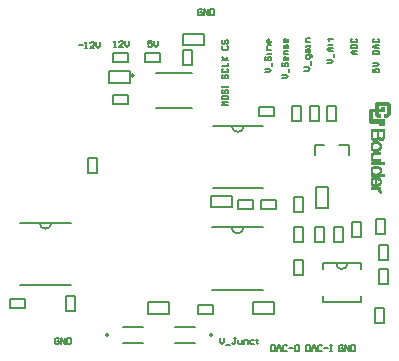
<source format=gto>
G04 Layer_Color=65535*
%FSLAX24Y24*%
%MOIN*%
G70*
G01*
G75*
%ADD28C,0.0079*%
%ADD29C,0.0060*%
%ADD30C,0.0050*%
%ADD31C,0.0010*%
%ADD32C,0.0020*%
D28*
X-7263Y900D02*
G03*
X-7263Y900I-39J0D01*
G01*
X-10727D02*
G03*
X-10727Y900I-39J0D01*
G01*
X-9880Y9554D02*
G03*
X-9880Y9554I-39J0D01*
G01*
D29*
X-13023Y4640D02*
G03*
X-12623Y4640I200J0D01*
G01*
X-3133Y3290D02*
G03*
X-2753Y3290I190J0D01*
G01*
X-6623Y4490D02*
G03*
X-6223Y4490I200J0D01*
G01*
X-6610Y7870D02*
G03*
X-6210Y7870I200J0D01*
G01*
X-5919Y1610D02*
X-5219D01*
Y1990D01*
X-5919D02*
X-5219D01*
X-5919Y1610D02*
Y1990D01*
X-9393D02*
X-8693D01*
X-9393Y1610D02*
Y1990D01*
Y1610D02*
X-8693D01*
Y1990D01*
X-1700Y3110D02*
X-1400D01*
Y2610D02*
Y3110D01*
X-1700Y2610D02*
X-1400D01*
X-1700D02*
Y3110D01*
X-3843Y4510D02*
X-3543D01*
Y4010D02*
Y4510D01*
X-3843Y4010D02*
X-3543D01*
X-3843D02*
Y4510D01*
X-2600Y4160D02*
Y4660D01*
Y4160D02*
X-2300D01*
Y4660D01*
X-2600D02*
X-2300D01*
X-4543Y3410D02*
X-4243D01*
Y2910D02*
Y3410D01*
X-4543Y2910D02*
X-4243D01*
X-4543D02*
Y3410D01*
X-1700Y3890D02*
X-1400D01*
Y3390D02*
Y3890D01*
X-1700Y3390D02*
X-1400D01*
X-1700D02*
Y3890D01*
X-3193Y4010D02*
X-2893D01*
X-3193D02*
Y4510D01*
X-2893D01*
Y4010D02*
Y4510D01*
X-4543Y5010D02*
Y5510D01*
Y5010D02*
X-4243D01*
Y5510D01*
X-4543D02*
X-4243D01*
X-4543Y4490D02*
X-4243D01*
Y3990D02*
Y4490D01*
X-4543Y3990D02*
X-4243D01*
X-4543D02*
Y4490D01*
X-13990Y2100D02*
X-13490D01*
X-13990Y1800D02*
Y2100D01*
Y1800D02*
X-13490D01*
Y2100D01*
X-12150Y1710D02*
X-11850D01*
X-12150D02*
Y2210D01*
X-11850D01*
Y1710D02*
Y2210D01*
X-4000Y8040D02*
X-3700D01*
X-4000D02*
Y8540D01*
X-3700D01*
Y8040D02*
Y8540D01*
X-3443D02*
X-3143D01*
Y8040D02*
Y8540D01*
X-3443Y8040D02*
X-3143D01*
X-3443D02*
Y8540D01*
X-13663Y2560D02*
X-11983D01*
X-13663Y4640D02*
X-11983D01*
X-3834Y6910D02*
Y7243D01*
X-3533D01*
X-2714Y6910D02*
Y7243D01*
X-3025D02*
X-2714D01*
X-11093Y6310D02*
Y6810D01*
X-11393D02*
X-11093D01*
X-11393Y6310D02*
Y6810D01*
Y6310D02*
X-11093D01*
X-6410Y5400D02*
X-5910D01*
X-6410Y5100D02*
Y5400D01*
Y5100D02*
X-5910D01*
Y5400D01*
X-10700Y9690D02*
X-10000D01*
X-10700Y9310D02*
Y9690D01*
Y9310D02*
X-10000D01*
Y9690D01*
X-9490Y10000D02*
X-8990D01*
Y10300D01*
X-9490D02*
X-8990D01*
X-9490Y10000D02*
Y10300D01*
X-5710Y8200D02*
Y8500D01*
X-5210D01*
Y8200D02*
Y8500D01*
X-5710Y8200D02*
X-5210D01*
X-4600Y8040D02*
Y8540D01*
Y8040D02*
X-4300D01*
Y8540D01*
X-4600D02*
X-4300D01*
X-10560Y10000D02*
X-10060D01*
Y10300D01*
X-10560D02*
X-10060D01*
X-10560Y10000D02*
Y10300D01*
X-7733Y1900D02*
X-7233D01*
X-7733Y1600D02*
Y1900D01*
Y1600D02*
X-7233D01*
Y1900D01*
X-1850Y1290D02*
Y1790D01*
Y1290D02*
X-1550D01*
Y1790D01*
X-1850D02*
X-1550D01*
X-1493Y4260D02*
Y4760D01*
X-1793D02*
X-1493D01*
X-1793Y4260D02*
Y4760D01*
Y4260D02*
X-1493D01*
X-3583Y3090D02*
Y3290D01*
X-3063D02*
X-2823D01*
X-3583D02*
X-3063D01*
X-2823D02*
X-2303D01*
Y2010D02*
Y2210D01*
X-3583Y2010D02*
X-2303D01*
X-3583D02*
Y2210D01*
X-2303Y3090D02*
Y3290D01*
X-3410Y5131D02*
Y5831D01*
X-3790D02*
X-3410D01*
X-3790Y5131D02*
Y5831D01*
Y5131D02*
X-3410D01*
X-10560Y8600D02*
X-10060D01*
Y8900D01*
X-10560D02*
X-10060D01*
X-10560Y8600D02*
Y8900D01*
X-7263Y2410D02*
X-5583D01*
X-7263Y4490D02*
X-5583D01*
X-7319Y5540D02*
X-6619D01*
X-7319Y5160D02*
Y5540D01*
Y5160D02*
X-6619D01*
Y5540D01*
X-5640Y5100D02*
X-5140D01*
Y5400D01*
X-5640D02*
X-5140D01*
X-5640Y5100D02*
Y5400D01*
X-8250Y10560D02*
X-7550D01*
Y10940D01*
X-8250D02*
X-7550D01*
X-8250Y10560D02*
Y10940D01*
Y9910D02*
Y10410D01*
Y9910D02*
X-7950D01*
Y10410D01*
X-8250D02*
X-7950D01*
X-7250Y5790D02*
X-5570D01*
X-7250Y7870D02*
X-5570D01*
X-5500Y9650D02*
X-5367D01*
X-5300Y9717D01*
X-5367Y9783D01*
X-5500D01*
X-5267Y9850D02*
Y9983D01*
X-5467Y10183D02*
X-5500Y10150D01*
Y10083D01*
X-5467Y10050D01*
X-5433D01*
X-5400Y10083D01*
Y10150D01*
X-5367Y10183D01*
X-5333D01*
X-5300Y10150D01*
Y10083D01*
X-5333Y10050D01*
X-5300Y10250D02*
Y10316D01*
Y10283D01*
X-5433D01*
Y10250D01*
X-5300Y10416D02*
X-5433D01*
Y10516D01*
X-5400Y10550D01*
X-5300D01*
Y10716D02*
Y10650D01*
X-5333Y10616D01*
X-5400D01*
X-5433Y10650D01*
Y10716D01*
X-5400Y10750D01*
X-5367D01*
Y10616D01*
X-4950Y9450D02*
X-4817D01*
X-4750Y9517D01*
X-4817Y9583D01*
X-4950D01*
X-4717Y9650D02*
Y9783D01*
X-4917Y9983D02*
X-4950Y9950D01*
Y9883D01*
X-4917Y9850D01*
X-4883D01*
X-4850Y9883D01*
Y9950D01*
X-4817Y9983D01*
X-4783D01*
X-4750Y9950D01*
Y9883D01*
X-4783Y9850D01*
X-4750Y10150D02*
Y10083D01*
X-4783Y10050D01*
X-4850D01*
X-4883Y10083D01*
Y10150D01*
X-4850Y10183D01*
X-4817D01*
Y10050D01*
X-4750Y10250D02*
X-4883D01*
Y10350D01*
X-4850Y10383D01*
X-4750D01*
Y10450D02*
Y10550D01*
X-4783Y10583D01*
X-4817Y10550D01*
Y10483D01*
X-4850Y10450D01*
X-4883Y10483D01*
Y10583D01*
X-4750Y10750D02*
Y10683D01*
X-4783Y10650D01*
X-4850D01*
X-4883Y10683D01*
Y10750D01*
X-4850Y10783D01*
X-4817D01*
Y10650D01*
X-4200Y9700D02*
X-4067D01*
X-4000Y9767D01*
X-4067Y9833D01*
X-4200D01*
X-3967Y9900D02*
Y10033D01*
X-3933Y10167D02*
Y10200D01*
X-3967Y10233D01*
X-4133D01*
Y10133D01*
X-4100Y10100D01*
X-4033D01*
X-4000Y10133D01*
Y10233D01*
X-4133Y10333D02*
Y10400D01*
X-4100Y10433D01*
X-4000D01*
Y10333D01*
X-4033Y10300D01*
X-4067Y10333D01*
Y10433D01*
X-4000Y10500D02*
Y10566D01*
Y10533D01*
X-4133D01*
Y10500D01*
X-4000Y10666D02*
X-4133D01*
Y10766D01*
X-4100Y10800D01*
X-4000D01*
X-3450Y9950D02*
X-3317D01*
X-3250Y10017D01*
X-3317Y10083D01*
X-3450D01*
X-3217Y10150D02*
Y10283D01*
X-3250Y10350D02*
X-3383D01*
X-3450Y10417D01*
X-3383Y10483D01*
X-3250D01*
X-3350D01*
Y10350D01*
X-3417Y10583D02*
X-3383D01*
Y10550D01*
Y10616D01*
Y10583D01*
X-3283D01*
X-3250Y10616D01*
X-3417Y10750D02*
X-3383D01*
Y10716D01*
Y10783D01*
Y10750D01*
X-3283D01*
X-3250Y10783D01*
X-2450Y10250D02*
X-2583D01*
X-2650Y10317D01*
X-2583Y10383D01*
X-2450D01*
X-2550D01*
Y10250D01*
X-2650Y10450D02*
X-2450D01*
Y10550D01*
X-2483Y10583D01*
X-2617D01*
X-2650Y10550D01*
Y10450D01*
X-2617Y10783D02*
X-2650Y10750D01*
Y10683D01*
X-2617Y10650D01*
X-2483D01*
X-2450Y10683D01*
Y10750D01*
X-2483Y10783D01*
X-1900Y9783D02*
Y9650D01*
X-1800D01*
X-1833Y9717D01*
Y9750D01*
X-1800Y9783D01*
X-1733D01*
X-1700Y9750D01*
Y9683D01*
X-1733Y9650D01*
X-1900Y9850D02*
X-1767D01*
X-1700Y9917D01*
X-1767Y9983D01*
X-1900D01*
Y10250D02*
X-1700D01*
Y10350D01*
X-1733Y10383D01*
X-1867D01*
X-1900Y10350D01*
Y10250D01*
X-1700Y10450D02*
X-1833D01*
X-1900Y10516D01*
X-1833Y10583D01*
X-1700D01*
X-1800D01*
Y10450D01*
X-1867Y10783D02*
X-1900Y10750D01*
Y10683D01*
X-1867Y10650D01*
X-1733D01*
X-1700Y10683D01*
Y10750D01*
X-1733Y10783D01*
X-10550Y10500D02*
X-10483D01*
X-10517D01*
Y10700D01*
X-10550Y10667D01*
X-10250Y10500D02*
X-10383D01*
X-10250Y10633D01*
Y10667D01*
X-10283Y10700D01*
X-10350D01*
X-10383Y10667D01*
X-10183Y10700D02*
Y10567D01*
X-10117Y10500D01*
X-10050Y10567D01*
Y10700D01*
X-9267D02*
X-9400D01*
Y10600D01*
X-9333Y10633D01*
X-9300D01*
X-9267Y10600D01*
Y10533D01*
X-9300Y10500D01*
X-9367D01*
X-9400Y10533D01*
X-9200Y10700D02*
Y10567D01*
X-9133Y10500D01*
X-9067Y10567D01*
Y10700D01*
X-12367Y767D02*
X-12400Y800D01*
X-12467D01*
X-12500Y767D01*
Y633D01*
X-12467Y600D01*
X-12400D01*
X-12367Y633D01*
Y700D01*
X-12433D01*
X-12300Y600D02*
Y800D01*
X-12167Y600D01*
Y800D01*
X-12100D02*
Y600D01*
X-12000D01*
X-11967Y633D01*
Y767D01*
X-12000Y800D01*
X-12100D01*
X-7000D02*
Y667D01*
X-6933Y600D01*
X-6867Y667D01*
Y800D01*
X-6800Y567D02*
X-6667D01*
X-6467Y800D02*
X-6533D01*
X-6500D01*
Y633D01*
X-6533Y600D01*
X-6567D01*
X-6600Y633D01*
X-6400Y733D02*
Y633D01*
X-6367Y600D01*
X-6267D01*
Y733D01*
X-6200Y600D02*
Y733D01*
X-6100D01*
X-6067Y700D01*
Y600D01*
X-5867Y733D02*
X-5967D01*
X-6000Y700D01*
Y633D01*
X-5967Y600D01*
X-5867D01*
X-5767Y767D02*
Y733D01*
X-5800D01*
X-5734D01*
X-5767D01*
Y633D01*
X-5734Y600D01*
X-11700Y10550D02*
X-11567D01*
X-11500Y10450D02*
X-11433D01*
X-11467D01*
Y10650D01*
X-11500Y10617D01*
X-11200Y10450D02*
X-11333D01*
X-11200Y10583D01*
Y10617D01*
X-11233Y10650D01*
X-11300D01*
X-11333Y10617D01*
X-11134Y10650D02*
Y10517D01*
X-11067Y10450D01*
X-11000Y10517D01*
Y10650D01*
X-7617Y11717D02*
X-7650Y11750D01*
X-7717D01*
X-7750Y11717D01*
Y11583D01*
X-7717Y11550D01*
X-7650D01*
X-7617Y11583D01*
Y11650D01*
X-7683D01*
X-7550Y11550D02*
Y11750D01*
X-7417Y11550D01*
Y11750D01*
X-7350D02*
Y11550D01*
X-7250D01*
X-7217Y11583D01*
Y11717D01*
X-7250Y11750D01*
X-7350D01*
X-6917Y10533D02*
X-6950Y10500D01*
Y10433D01*
X-6917Y10400D01*
X-6783D01*
X-6750Y10433D01*
Y10500D01*
X-6783Y10533D01*
X-6917Y10733D02*
X-6950Y10700D01*
Y10633D01*
X-6917Y10600D01*
X-6883D01*
X-6850Y10633D01*
Y10700D01*
X-6817Y10733D01*
X-6783D01*
X-6750Y10700D01*
Y10633D01*
X-6783Y10600D01*
X-6917Y9583D02*
X-6950Y9550D01*
Y9483D01*
X-6917Y9450D01*
X-6883D01*
X-6850Y9483D01*
Y9550D01*
X-6817Y9583D01*
X-6783D01*
X-6750Y9550D01*
Y9483D01*
X-6783Y9450D01*
X-6917Y9783D02*
X-6950Y9750D01*
Y9683D01*
X-6917Y9650D01*
X-6783D01*
X-6750Y9683D01*
Y9750D01*
X-6783Y9783D01*
X-6950Y9850D02*
X-6750D01*
Y9983D01*
X-6950Y10050D02*
X-6750D01*
X-6817D01*
X-6950Y10183D01*
X-6850Y10083D01*
X-6750Y10183D01*
Y8550D02*
X-6950D01*
X-6883Y8617D01*
X-6950Y8683D01*
X-6750D01*
X-6950Y8850D02*
Y8783D01*
X-6917Y8750D01*
X-6783D01*
X-6750Y8783D01*
Y8850D01*
X-6783Y8883D01*
X-6917D01*
X-6950Y8850D01*
X-6917Y9083D02*
X-6950Y9050D01*
Y8983D01*
X-6917Y8950D01*
X-6883D01*
X-6850Y8983D01*
Y9050D01*
X-6817Y9083D01*
X-6783D01*
X-6750Y9050D01*
Y8983D01*
X-6783Y8950D01*
X-6950Y9150D02*
Y9216D01*
Y9183D01*
X-6750D01*
Y9150D01*
Y9216D01*
X-2917Y517D02*
X-2950Y550D01*
X-3017D01*
X-3050Y517D01*
Y383D01*
X-3017Y350D01*
X-2950D01*
X-2917Y383D01*
Y450D01*
X-2983D01*
X-2850Y350D02*
Y550D01*
X-2717Y350D01*
Y550D01*
X-2650D02*
Y350D01*
X-2550D01*
X-2517Y383D01*
Y517D01*
X-2550Y550D01*
X-2650D01*
X-4150D02*
Y350D01*
X-4050D01*
X-4017Y383D01*
Y517D01*
X-4050Y550D01*
X-4150D01*
X-3950Y350D02*
Y483D01*
X-3883Y550D01*
X-3817Y483D01*
Y350D01*
Y450D01*
X-3950D01*
X-3617Y517D02*
X-3650Y550D01*
X-3717D01*
X-3750Y517D01*
Y383D01*
X-3717Y350D01*
X-3650D01*
X-3617Y383D01*
X-3550Y450D02*
X-3417D01*
X-3350Y550D02*
X-3284D01*
X-3317D01*
Y350D01*
X-3350D01*
X-3284D01*
X-5300Y550D02*
Y350D01*
X-5200D01*
X-5167Y383D01*
Y517D01*
X-5200Y550D01*
X-5300D01*
X-5100Y350D02*
Y483D01*
X-5033Y550D01*
X-4967Y483D01*
Y350D01*
Y450D01*
X-5100D01*
X-4767Y517D02*
X-4800Y550D01*
X-4867D01*
X-4900Y517D01*
Y383D01*
X-4867Y350D01*
X-4800D01*
X-4767Y383D01*
X-4700Y450D02*
X-4567D01*
X-4400Y550D02*
X-4467D01*
X-4500Y517D01*
Y383D01*
X-4467Y350D01*
X-4400D01*
X-4367Y383D01*
Y517D01*
X-4400Y550D01*
D30*
X-8499Y1176D02*
X-7838D01*
X-8499Y624D02*
X-7838D01*
X-10231D02*
X-9569D01*
X-10231Y1176D02*
X-9569D01*
X-9124Y9641D02*
X-7943D01*
X-9124Y8459D02*
X-7943D01*
D31*
X-2023Y8000D02*
Y8390D01*
X-2013Y7990D02*
Y8400D01*
X-2003Y7980D02*
Y8410D01*
X-1993Y7970D02*
Y8420D01*
X-1983Y7960D02*
Y8430D01*
X-1973Y7950D02*
Y8440D01*
X-1963Y7950D02*
Y8440D01*
X-1953Y7950D02*
Y8440D01*
X-1943Y7950D02*
Y8100D01*
Y8350D02*
Y8440D01*
X-1933Y7950D02*
Y8100D01*
Y8350D02*
Y8440D01*
X-1923Y7950D02*
Y8100D01*
Y8350D02*
Y8440D01*
X-1913Y7950D02*
Y8100D01*
Y8350D02*
Y8440D01*
X-1903Y7950D02*
Y8100D01*
Y8350D02*
Y8440D01*
X-1893Y7950D02*
Y8100D01*
Y8350D02*
Y8440D01*
X-1883Y7950D02*
Y8100D01*
Y8350D02*
Y8440D01*
X-1873Y7950D02*
Y8100D01*
Y8350D02*
Y8440D01*
X-1863Y7950D02*
Y8100D01*
Y8350D02*
Y8440D01*
X-1853Y7950D02*
Y8100D01*
Y8350D02*
Y8440D01*
X-1843Y7950D02*
Y8100D01*
Y8250D02*
Y8620D01*
X-1833Y7950D02*
Y8100D01*
Y8240D02*
Y8630D01*
X-1823Y7950D02*
Y8100D01*
Y8230D02*
Y8640D01*
X-1813Y7950D02*
Y8100D01*
Y8220D02*
Y8650D01*
X-1803Y7950D02*
Y8100D01*
Y8210D02*
Y8660D01*
X-1793Y7950D02*
Y8100D01*
Y8200D02*
Y8670D01*
X-1783Y7950D02*
Y8100D01*
Y8190D02*
Y8670D01*
X-1773Y7950D02*
Y8100D01*
Y8180D02*
Y8670D01*
X-1763Y7950D02*
Y8100D01*
Y8180D02*
Y8670D01*
X-1753Y7950D02*
Y8100D01*
Y8180D02*
Y8670D01*
X-1743Y7950D02*
Y8100D01*
Y8180D02*
Y8270D01*
Y8350D02*
Y8440D01*
Y8580D02*
Y8670D01*
X-1733Y7950D02*
Y8100D01*
Y8180D02*
Y8270D01*
Y8350D02*
Y8440D01*
Y8580D02*
Y8670D01*
X-1723Y7950D02*
Y8100D01*
Y8180D02*
Y8270D01*
Y8350D02*
Y8440D01*
Y8580D02*
Y8670D01*
X-1713Y7950D02*
Y8100D01*
Y8180D02*
Y8270D01*
Y8350D02*
Y8440D01*
Y8580D02*
Y8670D01*
X-1703Y7950D02*
Y8100D01*
Y8180D02*
Y8270D01*
Y8350D02*
Y8440D01*
Y8580D02*
Y8670D01*
X-1693Y7890D02*
Y8100D01*
Y8180D02*
Y8270D01*
Y8350D02*
Y8440D01*
Y8580D02*
Y8670D01*
X-1683Y7890D02*
Y8100D01*
Y8180D02*
Y8270D01*
Y8350D02*
Y8440D01*
Y8580D02*
Y8670D01*
X-1673Y7890D02*
Y8100D01*
Y8180D02*
Y8270D01*
Y8350D02*
Y8440D01*
Y8580D02*
Y8670D01*
X-1663Y7890D02*
Y8100D01*
Y8350D02*
Y8440D01*
Y8580D02*
Y8670D01*
X-1653Y7890D02*
Y8100D01*
Y8350D02*
Y8440D01*
Y8580D02*
Y8670D01*
X-1643Y7890D02*
Y7950D01*
Y8100D01*
Y8350D02*
Y8500D01*
Y8580D02*
Y8670D01*
X-1633Y7890D02*
Y7950D01*
Y8100D01*
Y8350D02*
Y8500D01*
Y8580D02*
Y8670D01*
X-1623Y7890D02*
Y7950D01*
Y8100D01*
Y8350D02*
Y8500D01*
Y8580D02*
Y8670D01*
X-1613Y7890D02*
Y7950D01*
Y8100D01*
Y8350D02*
Y8500D01*
Y8580D02*
Y8670D01*
X-1603Y7890D02*
Y7950D01*
Y8100D01*
Y8350D02*
Y8500D01*
Y8580D02*
Y8670D01*
X-1593Y7890D02*
Y7950D01*
Y8100D01*
Y8350D02*
Y8500D01*
Y8580D02*
Y8670D01*
X-1583Y7890D02*
Y7950D01*
Y8100D01*
Y8350D02*
Y8500D01*
Y8580D02*
Y8670D01*
X-1573Y7890D02*
Y7950D01*
Y8100D01*
Y8350D02*
Y8500D01*
Y8580D02*
Y8670D01*
X-1563Y7890D02*
Y7950D01*
Y8100D01*
Y8350D02*
Y8500D01*
Y8580D02*
Y8670D01*
X-1553Y7890D02*
Y7950D01*
Y8100D01*
Y8350D02*
Y8500D01*
Y8580D02*
Y8670D01*
X-1543Y8580D02*
Y8670D01*
X-1533Y8580D02*
Y8670D01*
X-1523Y8180D02*
Y8270D01*
Y8580D02*
Y8670D01*
X-1513Y8180D02*
Y8270D01*
Y8580D02*
Y8670D01*
X-1503Y8180D02*
Y8270D01*
Y8580D02*
Y8670D01*
X-1493Y8180D02*
Y8270D01*
Y8580D02*
Y8670D01*
X-1483Y8180D02*
Y8270D01*
Y8580D02*
Y8670D01*
X-1473Y8180D02*
Y8270D01*
Y8580D02*
Y8670D01*
X-1463Y8180D02*
Y8270D01*
Y8580D02*
Y8670D01*
X-1453Y8180D02*
Y8270D01*
Y8580D02*
Y8670D01*
X-1443Y8180D02*
Y8670D01*
X-1433Y8180D02*
Y8670D01*
X-1423Y8180D02*
Y8670D01*
X-1413Y8190D02*
Y8660D01*
X-1403Y8200D02*
Y8650D01*
X-1393Y8210D02*
Y8640D01*
X-1383Y8220D02*
Y8630D01*
X-1373Y8230D02*
Y8620D01*
X-1363Y8240D02*
Y8610D01*
X-1353Y8250D02*
Y8600D01*
D32*
X-1983Y5770D02*
Y5830D01*
Y5930D02*
Y6090D01*
Y6210D02*
Y6270D01*
Y6310D02*
Y6470D01*
Y6590D02*
Y6650D01*
Y6770D02*
Y6930D01*
Y7110D02*
Y7270D01*
Y7470D02*
Y7750D01*
X-1963Y5770D02*
Y5830D01*
Y5890D02*
Y6130D01*
Y6210D02*
Y6490D01*
Y6590D02*
Y6650D01*
Y7070D02*
Y7310D01*
Y7430D02*
Y7750D01*
X-1943Y5770D02*
Y5830D01*
Y5890D02*
Y5990D01*
Y6030D02*
Y6150D01*
Y6210D02*
Y6350D01*
Y6410D02*
Y6510D01*
Y6590D02*
Y6650D01*
Y6690D02*
Y6830D01*
Y6870D02*
Y6970D01*
Y7050D02*
Y7170D01*
Y7210D02*
Y7330D01*
Y7410D02*
Y7750D01*
X-1923Y5770D02*
Y5830D01*
Y5870D02*
Y5950D01*
Y6070D02*
Y6150D01*
Y6210D02*
Y6310D01*
Y6430D02*
Y6510D01*
Y6590D02*
Y6650D01*
Y6690D02*
Y6790D01*
Y6910D02*
Y6970D01*
Y7050D02*
Y7130D01*
Y7250D02*
Y7330D01*
Y7390D02*
Y7490D01*
Y7690D02*
Y7750D01*
X-1903Y5770D02*
Y5830D01*
Y5870D02*
Y5930D01*
Y6090D02*
Y6170D01*
Y6210D02*
Y6290D01*
Y6450D02*
Y6530D01*
Y6590D02*
Y6650D01*
Y6690D02*
Y6770D01*
Y6910D02*
Y6990D01*
Y7030D02*
Y7110D01*
Y7270D02*
Y7350D01*
Y7390D02*
Y7470D01*
Y7690D02*
Y7750D01*
X-1883Y5770D02*
Y5830D01*
Y5850D02*
Y5930D01*
Y6090D02*
Y6170D01*
Y6210D02*
Y6290D01*
Y6470D02*
Y6530D01*
Y6590D02*
Y6650D01*
Y6690D02*
Y6770D01*
Y6930D02*
Y6990D01*
Y7030D02*
Y7110D01*
Y7290D02*
Y7350D01*
Y7390D02*
Y7450D01*
Y7690D02*
Y7750D01*
X-1863Y5770D02*
Y5830D01*
Y6110D02*
Y6170D01*
Y6210D02*
Y6270D01*
Y6470D02*
Y6530D01*
Y6590D02*
Y6650D01*
Y6690D02*
Y6770D01*
Y6930D02*
Y6990D01*
Y7030D02*
Y7090D01*
Y7290D02*
Y7350D01*
Y7390D02*
Y7450D01*
Y7690D02*
Y7750D01*
X-1843Y5770D02*
Y5830D01*
Y6110D02*
Y6170D01*
Y6210D02*
Y6270D01*
Y6470D02*
Y6530D01*
Y6590D02*
Y6650D01*
Y6690D02*
Y6750D01*
Y6930D02*
Y6990D01*
Y7030D02*
Y7090D01*
Y7290D02*
Y7350D01*
Y7390D02*
Y7450D01*
Y7690D02*
Y7750D01*
X-1823Y5770D02*
Y5830D01*
Y5850D02*
Y6170D01*
Y6210D02*
Y6270D01*
Y6470D02*
Y6530D01*
Y6590D02*
Y6650D01*
Y6690D02*
Y6750D01*
Y6930D02*
Y6990D01*
Y7030D02*
Y7090D01*
Y7290D02*
Y7350D01*
Y7390D02*
Y7450D01*
Y7690D02*
Y7750D01*
X-1803Y5770D02*
Y5830D01*
Y5850D02*
Y6170D01*
Y6210D02*
Y6270D01*
Y6470D02*
Y6530D01*
Y6590D02*
Y6650D01*
Y6690D02*
Y6750D01*
Y6930D02*
Y6990D01*
Y7030D02*
Y7090D01*
Y7290D02*
Y7350D01*
Y7390D02*
Y7470D01*
Y7690D02*
Y7750D01*
X-1783Y5750D02*
Y5830D01*
Y5850D02*
Y5930D01*
Y6110D02*
Y6170D01*
Y6210D02*
Y6270D01*
Y6470D02*
Y6530D01*
Y6590D02*
Y6650D01*
Y6690D02*
Y6750D01*
Y6930D02*
Y6990D01*
Y7030D02*
Y7090D01*
Y7290D02*
Y7350D01*
Y7410D02*
Y7510D01*
Y7690D02*
Y7750D01*
X-1763Y5750D02*
Y5830D01*
Y5870D02*
Y5930D01*
Y6110D02*
Y6170D01*
Y6210D02*
Y6290D01*
Y6470D02*
Y6530D01*
Y6590D02*
Y6650D01*
Y6690D02*
Y6750D01*
Y6930D02*
Y6990D01*
Y7030D02*
Y7090D01*
Y7290D02*
Y7350D01*
Y7410D02*
Y7750D01*
X-1743Y5730D02*
Y5830D01*
Y5870D02*
Y5930D01*
Y6090D02*
Y6170D01*
Y6210D02*
Y6290D01*
Y6450D02*
Y6530D01*
Y6590D02*
Y6650D01*
Y6690D02*
Y6750D01*
Y6930D02*
Y6990D01*
Y7030D02*
Y7110D01*
Y7270D02*
Y7350D01*
Y7450D02*
Y7750D01*
X-1723Y5710D02*
Y5830D01*
Y5870D02*
Y5950D01*
Y6070D02*
Y6150D01*
Y6210D02*
Y6310D01*
Y6450D02*
Y6530D01*
Y6590D02*
Y6650D01*
Y6690D02*
Y6750D01*
Y6930D02*
Y6990D01*
Y7050D02*
Y7130D01*
Y7270D02*
Y7330D01*
Y7430D02*
Y7750D01*
X-1703Y5670D02*
Y5830D01*
Y5890D02*
Y5970D01*
Y6050D02*
Y6150D01*
Y6210D02*
Y6330D01*
Y6430D02*
Y6510D01*
Y6590D02*
Y6650D01*
Y6690D02*
Y6750D01*
Y6930D02*
Y6990D01*
Y7050D02*
Y7150D01*
Y7230D02*
Y7330D01*
Y7410D02*
Y7510D01*
Y7690D02*
Y7750D01*
X-1683Y5630D02*
Y5830D01*
Y5890D02*
Y6130D01*
Y6210D02*
Y6490D01*
Y6590D02*
Y6650D01*
Y6690D02*
Y6750D01*
Y6930D02*
Y6990D01*
Y7070D02*
Y7310D01*
Y7410D02*
Y7490D01*
Y7690D02*
Y7750D01*
X-1663Y5630D02*
Y5740D01*
Y5770D02*
Y5830D01*
Y5910D02*
Y6110D01*
Y6210D02*
Y6270D01*
Y6290D02*
Y6470D01*
Y6590D02*
Y6650D01*
Y6690D02*
Y6750D01*
Y6930D02*
Y6990D01*
Y7090D02*
Y7290D01*
Y7410D02*
Y7470D01*
Y7690D02*
Y7750D01*
X-1643Y5630D02*
Y5710D01*
Y5950D02*
Y6070D01*
Y6210D02*
Y6270D01*
Y6330D02*
Y6450D01*
Y6590D02*
Y6650D01*
Y7130D02*
Y7250D01*
Y7390D02*
Y7470D01*
Y7690D02*
Y7750D01*
X-1623Y6210D02*
Y6270D01*
Y6590D02*
Y6650D01*
Y7390D02*
Y7470D01*
Y7690D02*
Y7750D01*
X-1603Y6210D02*
Y6270D01*
Y6590D02*
Y6650D01*
Y7410D02*
Y7490D01*
Y7690D02*
Y7750D01*
X-1583Y6210D02*
Y6270D01*
Y6590D02*
Y6650D01*
Y7410D02*
Y7510D01*
Y7690D02*
Y7750D01*
X-1563Y6210D02*
Y6270D01*
Y6590D02*
Y6650D01*
Y7430D02*
Y7750D01*
X-1543Y6210D02*
Y6270D01*
Y6590D02*
Y6650D01*
Y7450D02*
Y7750D01*
X-1963Y6730D02*
Y6960D01*
M02*

</source>
